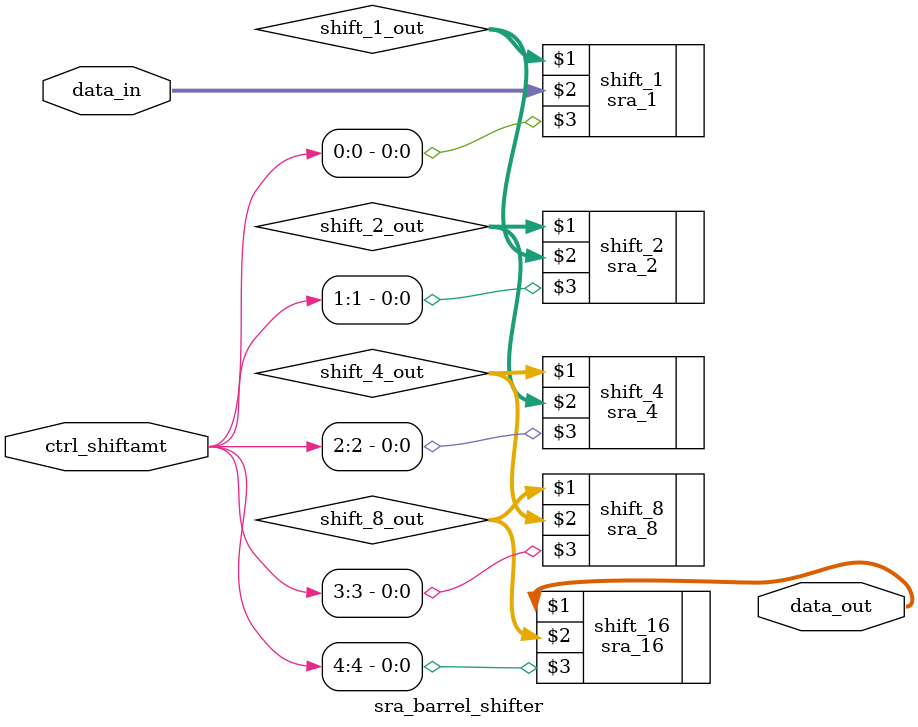
<source format=v>
module sra_barrel_shifter(data_in, ctrl_shiftamt, data_out);
    input [31:0] data_in;
    input [4:0] ctrl_shiftamt;

    output [31:0] data_out;

    wire [31:0] shift_1_out;
    wire [31:0] shift_2_out;
    wire [31:0] shift_4_out;
    wire [31:0] shift_8_out;

    sra_1 shift_1(shift_1_out, data_in, ctrl_shiftamt[0]);
    sra_2 shift_2(shift_2_out, shift_1_out, ctrl_shiftamt[1]);
    sra_4 shift_4(shift_4_out, shift_2_out, ctrl_shiftamt[2]);
    sra_8 shift_8(shift_8_out, shift_4_out, ctrl_shiftamt[3]);
    sra_16 shift_16(data_out, shift_8_out, ctrl_shiftamt[4]);

endmodule
</source>
